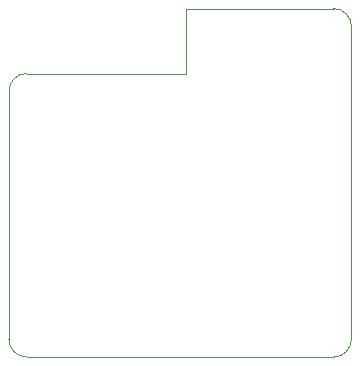
<source format=gbr>
G04 #@! TF.GenerationSoftware,KiCad,Pcbnew,(6.0.11)*
G04 #@! TF.CreationDate,2023-02-12T22:37:01+01:00*
G04 #@! TF.ProjectId,atmega328p-au--e01c-ml01s--bme280--cr2032,61746d65-6761-4333-9238-702d61752d2d,rev?*
G04 #@! TF.SameCoordinates,Original*
G04 #@! TF.FileFunction,Profile,NP*
%FSLAX46Y46*%
G04 Gerber Fmt 4.6, Leading zero omitted, Abs format (unit mm)*
G04 Created by KiCad (PCBNEW (6.0.11)) date 2023-02-12 22:37:01*
%MOMM*%
%LPD*%
G01*
G04 APERTURE LIST*
G04 #@! TA.AperFunction,Profile*
%ADD10C,0.050000*%
G04 #@! TD*
G04 APERTURE END LIST*
D10*
X97000000Y-63000000D02*
G75*
G03*
X95500000Y-64500000I0J-1500000D01*
G01*
X110500000Y-57500000D02*
X110500000Y-63000000D01*
X124500000Y-85500000D02*
X124500000Y-59000000D01*
X123000000Y-57500000D02*
X110500000Y-57500000D01*
X124500000Y-59000000D02*
G75*
G03*
X123000000Y-57500000I-1500000J0D01*
G01*
X95500000Y-64500000D02*
X95500000Y-85500000D01*
X110500000Y-63000000D02*
X97000000Y-63000000D01*
X97000000Y-87000000D02*
X123000000Y-87000000D01*
X123000000Y-87000000D02*
G75*
G03*
X124500000Y-85500000I0J1500000D01*
G01*
X95500000Y-85500000D02*
G75*
G03*
X97000000Y-87000000I1500000J0D01*
G01*
M02*

</source>
